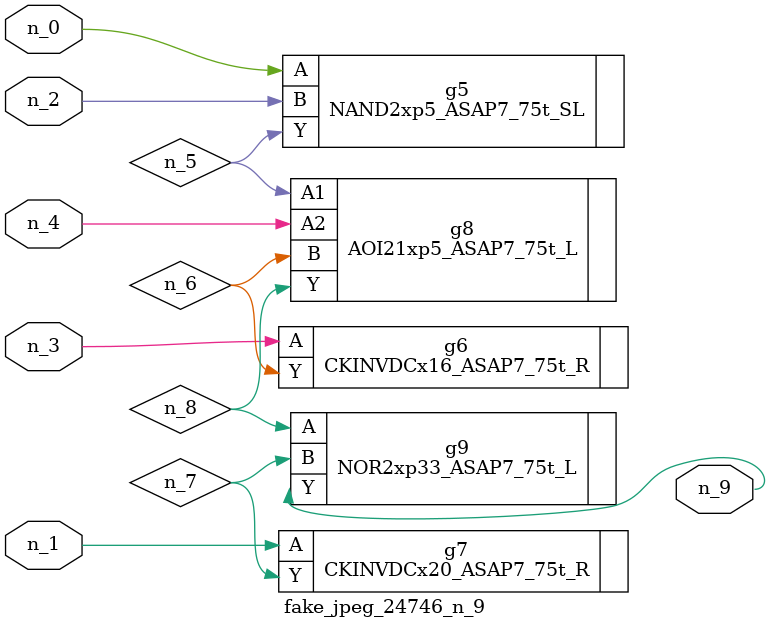
<source format=v>
module fake_jpeg_24746_n_9 (n_3, n_2, n_1, n_0, n_4, n_9);

input n_3;
input n_2;
input n_1;
input n_0;
input n_4;

output n_9;

wire n_8;
wire n_6;
wire n_5;
wire n_7;

NAND2xp5_ASAP7_75t_SL g5 ( 
.A(n_0),
.B(n_2),
.Y(n_5)
);

CKINVDCx16_ASAP7_75t_R g6 ( 
.A(n_3),
.Y(n_6)
);

CKINVDCx20_ASAP7_75t_R g7 ( 
.A(n_1),
.Y(n_7)
);

AOI21xp5_ASAP7_75t_L g8 ( 
.A1(n_5),
.A2(n_4),
.B(n_6),
.Y(n_8)
);

NOR2xp33_ASAP7_75t_L g9 ( 
.A(n_8),
.B(n_7),
.Y(n_9)
);


endmodule
</source>
